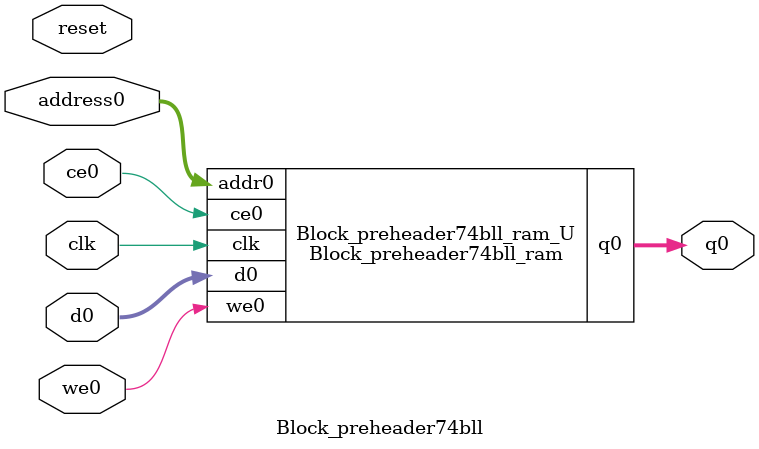
<source format=v>
`timescale 1 ns / 1 ps
module Block_preheader74bll_ram (addr0, ce0, d0, we0, q0,  clk);

parameter DWIDTH = 5;
parameter AWIDTH = 10;
parameter MEM_SIZE = 924;

input[AWIDTH-1:0] addr0;
input ce0;
input[DWIDTH-1:0] d0;
input we0;
output reg[DWIDTH-1:0] q0;
input clk;

(* ram_style = "block" *)reg [DWIDTH-1:0] ram[0:MEM_SIZE-1];




always @(posedge clk)  
begin 
    if (ce0) begin
        if (we0) 
            ram[addr0] <= d0; 
        q0 <= ram[addr0];
    end
end


endmodule

`timescale 1 ns / 1 ps
module Block_preheader74bll(
    reset,
    clk,
    address0,
    ce0,
    we0,
    d0,
    q0);

parameter DataWidth = 32'd5;
parameter AddressRange = 32'd924;
parameter AddressWidth = 32'd10;
input reset;
input clk;
input[AddressWidth - 1:0] address0;
input ce0;
input we0;
input[DataWidth - 1:0] d0;
output[DataWidth - 1:0] q0;



Block_preheader74bll_ram Block_preheader74bll_ram_U(
    .clk( clk ),
    .addr0( address0 ),
    .ce0( ce0 ),
    .we0( we0 ),
    .d0( d0 ),
    .q0( q0 ));

endmodule


</source>
